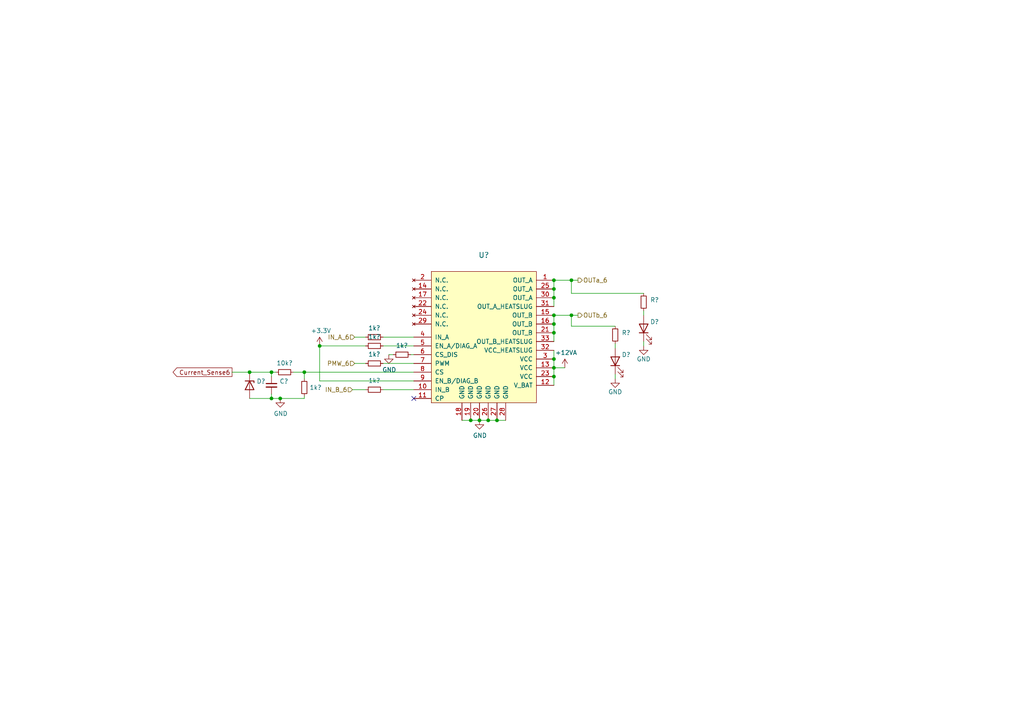
<source format=kicad_sch>
(kicad_sch (version 20211123) (generator eeschema)
  (paper "A4")
  (title_block (title "ArmBoard_Hardware") (date "2021-10-15") (rev "0") (company "Mars Rover Design Team") (comment 1 "Drawn By: Patrick Simoni / Tyler Lunyou"))
  (lib_symbols
    (symbol "Device:C_Small" (pin_numbers hide) (pin_names (offset 0.254) hide)
      (property "Reference" "C" (at 0.254 1.778 0))
      (property "Value" "C_Small" (at 0.254 -2.032 0))
      (symbol "C_Small_0_1"
        (polyline (pts (xy -1.524 -0.508) (xy 1.524 -0.508)) (stroke (width 0.3302)))
        (polyline (pts (xy -1.524 0.508) (xy 1.524 0.508)) (stroke (width 0.3048)))
      )
      (symbol "C_Small_1_1"
        (pin passive line (at 0 2.54 270) (length 2.032) (name "~") (number "1"))
        (pin passive line (at 0 -2.54 90) (length 2.032) (name "~") (number "2"))
      )
    )
    (symbol "Device:D_Zener" (pin_numbers hide) (pin_names (offset 1.016) hide)
      (property "Reference" "D" (at 0 2.54 0))
      (property "Value" "D_Zener" (at 0 -2.54 0))
      (symbol "D_Zener_0_1"
        (polyline (pts (xy 1.27 0) (xy -1.27 0)))
        (polyline (pts (xy -1.27 -1.27) (xy -1.27 1.27) (xy -0.762 1.27)) (stroke (width 0.254)))
        (polyline (pts (xy 1.27 -1.27) (xy 1.27 1.27) (xy -1.27 0) (xy 1.27 -1.27)) (stroke (width 0.254)))
      )
      (symbol "D_Zener_1_1"
        (pin passive line (at -3.81 0 0) (length 2.54) (name "K") (number "1"))
        (pin passive line (at 3.81 0 180) (length 2.54) (name "A") (number "2"))
      )
    )
    (symbol "Device:LED" (pin_numbers hide) (pin_names (offset 1.016) hide)
      (property "Reference" "D" (at 0 2.54 0))
      (property "Value" "LED" (at 0 -2.54 0))
      (symbol "LED_0_1"
        (polyline (pts (xy -1.27 -1.27) (xy -1.27 1.27)) (stroke (width 0.254)))
        (polyline (pts (xy -1.27 0) (xy 1.27 0)))
        (polyline (pts (xy 1.27 -1.27) (xy 1.27 1.27) (xy -1.27 0) (xy 1.27 -1.27)) (stroke (width 0.254)))
        (polyline (pts (xy -3.048 -0.762) (xy -4.572 -2.286) (xy -3.81 -2.286) (xy -4.572 -2.286) (xy -4.572 -1.524)))
        (polyline (pts (xy -1.778 -0.762) (xy -3.302 -2.286) (xy -2.54 -2.286) (xy -3.302 -2.286) (xy -3.302 -1.524)))
      )
      (symbol "LED_1_1"
        (pin passive line (at -3.81 0 0) (length 2.54) (name "K") (number "1"))
        (pin passive line (at 3.81 0 180) (length 2.54) (name "A") (number "2"))
      )
    )
    (symbol "Device:R_Small" (pin_numbers hide) (pin_names (offset 0.254) hide)
      (property "Reference" "R" (at 0.762 0.508 0))
      (property "Value" "R_Small" (at 0.762 -1.016 0))
      (symbol "R_Small_0_1"
        (rectangle (start -0.762 1.778) (end 0.762 -1.778) (stroke (width 0.2032)))
      )
      (symbol "R_Small_1_1"
        (pin passive line (at 0 2.54 270) (length 0.762) (name "~") (number "1"))
        (pin passive line (at 0 -2.54 90) (length 0.762) (name "~") (number "2"))
      )
    )
    (symbol "MRDT_ICs:VNH5019A_E" (pin_names (offset 1.016))
      (property "Reference" "U" (at 1.27 -1.27 0))
      (property "Value" "VNH5019A_E" (at 15.24 36.83 0))
      (symbol "VNH5019A_E_1_1"
        (rectangle (start 0 38.1) (end 30.48 0) (fill (type background)))
        (pin input line (at 35.56 35.56 180) (length 5.08) (name "OUT_A") (number "1"))
        (pin input line (at -5.08 3.81 0) (length 5.08) (name "IN_B") (number "10"))
        (pin input line (at -5.08 1.27 0) (length 5.08) (name "CP") (number "11"))
        (pin power_in line (at 35.56 5.08 180) (length 5.08) (name "V_BAT") (number "12"))
        (pin power_in line (at 35.56 10.16 180) (length 5.08) (name "VCC") (number "13"))
        (pin no_connect line (at -5.08 33.02 0) (length 5.08) (name "N.C.") (number "14"))
        (pin input line (at 35.56 25.4 180) (length 5.08) (name "OUT_B") (number "15"))
        (pin input line (at 35.56 22.86 180) (length 5.08) (name "OUT_B") (number "16"))
        (pin no_connect line (at -5.08 30.48 0) (length 5.08) (name "N.C.") (number "17"))
        (pin input line (at 8.89 -5.08 90) (length 5.08) (name "GND") (number "18"))
        (pin input line (at 11.43 -5.08 90) (length 5.08) (name "GND") (number "19"))
        (pin no_connect line (at -5.08 35.56 0) (length 5.08) (name "N.C.") (number "2"))
        (pin input line (at 13.97 -5.08 90) (length 5.08) (name "GND") (number "20"))
        (pin input line (at 35.56 20.32 180) (length 5.08) (name "OUT_B") (number "21"))
        (pin no_connect line (at -5.08 27.94 0) (length 5.08) (name "N.C.") (number "22"))
        (pin input line (at 35.56 7.62 180) (length 5.08) (name "VCC") (number "23"))
        (pin no_connect line (at -5.08 25.4 0) (length 5.08) (name "N.C.") (number "24"))
        (pin input line (at 35.56 33.02 180) (length 5.08) (name "OUT_A") (number "25"))
        (pin input line (at 16.51 -5.08 90) (length 5.08) (name "GND") (number "26"))
        (pin input line (at 19.05 -5.08 90) (length 5.08) (name "GND") (number "27"))
        (pin input line (at 21.59 -5.08 90) (length 5.08) (name "GND") (number "28"))
        (pin no_connect line (at -5.08 22.86 0) (length 5.08) (name "N.C.") (number "29"))
        (pin power_in line (at 35.56 12.7 180) (length 5.08) (name "VCC") (number "3"))
        (pin input line (at 35.56 30.48 180) (length 5.08) (name "OUT_A") (number "30"))
        (pin input line (at 35.56 27.94 180) (length 5.08) (name "OUT_A_HEATSLUG") (number "31"))
        (pin input line (at 35.56 15.24 180) (length 5.08) (name "VCC_HEATSLUG") (number "32"))
        (pin input line (at 35.56 17.78 180) (length 5.08) (name "OUT_B_HEATSLUG") (number "33"))
        (pin input line (at -5.08 19.05 0) (length 5.08) (name "IN_A") (number "4"))
        (pin input line (at -5.08 16.51 0) (length 5.08) (name "EN_A/DIAG_A") (number "5"))
        (pin input line (at -5.08 13.97 0) (length 5.08) (name "CS_DIS") (number "6"))
        (pin input line (at -5.08 11.43 0) (length 5.08) (name "PWM") (number "7"))
        (pin input line (at -5.08 8.89 0) (length 5.08) (name "CS") (number "8"))
        (pin input line (at -5.08 6.35 0) (length 5.08) (name "EN_B/DIAG_B") (number "9"))
      )
    )
    (symbol "power:+12VA" (power) (pin_names (offset 0))
      (property "Value" "+12VA" (at 0 3.556 0))
      (symbol "+12VA_0_1"
        (polyline (pts (xy -0.762 1.27) (xy 0 2.54)))
        (polyline (pts (xy 0 0) (xy 0 2.54)))
        (polyline (pts (xy 0 2.54) (xy 0.762 1.27)))
      )
      (symbol "+12VA_1_1"
        (pin power_in line (at 0 0 90) (length 0) hide (name "+12VA") (number "1"))
      )
    )
    (symbol "power:+3.3V" (power) (pin_names (offset 0))
      (property "Value" "+3.3V" (at 0 3.556 0))
      (symbol "+3.3V_0_1"
        (polyline (pts (xy -0.762 1.27) (xy 0 2.54)))
        (polyline (pts (xy 0 0) (xy 0 2.54)))
        (polyline (pts (xy 0 2.54) (xy 0.762 1.27)))
      )
      (symbol "+3.3V_1_1"
        (pin power_in line (at 0 0 90) (length 0) hide (name "+3.3V") (number "1"))
      )
    )
    (symbol "power:GND" (power) (pin_names (offset 0))
      (property "Value" "GND" (at 0 -3.81 0))
      (symbol "GND_0_1"
        (polyline (pts (xy 0 0) (xy 0 -1.27) (xy 1.27 -1.27) (xy 0 -2.54) (xy -1.27 -1.27) (xy 0 -1.27)))
      )
      (symbol "GND_1_1"
        (pin power_in line (at 0 0 270) (length 0) hide (name "GND") (number "1"))
      )
    )
  )
  (junction (at 139.065 121.92))
  (junction (at 78.74 107.95))
  (junction (at 81.28 115.57))
  (junction (at 165.735 81.28))
  (junction (at 72.39 107.95))
  (junction (at 160.655 86.36))
  (junction (at 160.655 109.22))
  (junction (at 160.655 83.82))
  (junction (at 160.655 91.44))
  (junction (at 92.71 100.33))
  (junction (at 141.605 121.92))
  (junction (at 160.655 106.68))
  (junction (at 160.655 104.14))
  (junction (at 144.145 121.92))
  (junction (at 160.655 93.98))
  (junction (at 88.265 107.95))
  (junction (at 160.655 96.52))
  (junction (at 136.525 121.92))
  (junction (at 78.74 115.57))
  (junction (at 160.655 81.28))
  (junction (at 165.735 91.44))
  (no_connect (at 120.015 115.57))
  (wire (pts (xy 160.655 91.44) (xy 160.655 93.98)))
  (wire (pts (xy 133.985 121.92) (xy 136.525 121.92)))
  (wire (pts (xy 165.735 94.615) (xy 178.435 94.615)))
  (wire (pts (xy 72.39 115.57) (xy 78.74 115.57)))
  (wire (pts (xy 78.74 107.95) (xy 72.39 107.95)))
  (wire (pts (xy 88.265 107.95) (xy 85.09 107.95)))
  (wire (pts (xy 165.735 91.44) (xy 165.735 94.615)))
  (wire (pts (xy 160.655 106.68) (xy 160.655 109.22)))
  (wire (pts (xy 160.655 81.28) (xy 160.655 83.82)))
  (wire (pts (xy 178.435 99.695) (xy 178.435 100.965)))
  (wire (pts (xy 178.435 108.585) (xy 178.435 109.855)))
  (wire (pts (xy 120.015 100.33) (xy 111.125 100.33)))
  (wire (pts (xy 88.265 109.855) (xy 88.265 107.95)))
  (wire (pts (xy 160.655 106.68) (xy 163.83 106.68)))
  (wire (pts (xy 165.735 81.28) (xy 167.64 81.28)))
  (wire (pts (xy 102.235 113.03) (xy 106.045 113.03)))
  (wire (pts (xy 160.655 96.52) (xy 160.655 99.06)))
  (wire (pts (xy 88.265 115.57) (xy 88.265 114.935)))
  (wire (pts (xy 160.655 104.14) (xy 160.655 106.68)))
  (wire (pts (xy 165.735 81.28) (xy 165.735 85.09)))
  (wire (pts (xy 141.605 121.92) (xy 139.065 121.92)))
  (wire (pts (xy 78.74 115.57) (xy 81.28 115.57)))
  (wire (pts (xy 106.045 105.41) (xy 102.87 105.41)))
  (wire (pts (xy 120.015 107.95) (xy 88.265 107.95)))
  (wire (pts (xy 92.71 100.33) (xy 92.71 110.49)))
  (wire (pts (xy 111.125 105.41) (xy 120.015 105.41)))
  (wire (pts (xy 119.126 102.87) (xy 120.015 102.87)))
  (wire (pts (xy 165.735 85.09) (xy 186.69 85.09)))
  (wire (pts (xy 102.87 97.79) (xy 106.045 97.79)))
  (wire (pts (xy 144.145 121.92) (xy 146.685 121.92)))
  (wire (pts (xy 160.655 91.44) (xy 165.735 91.44)))
  (wire (pts (xy 72.39 107.95) (xy 67.31 107.95)))
  (wire (pts (xy 160.655 101.6) (xy 160.655 104.14)))
  (wire (pts (xy 78.74 115.57) (xy 78.74 114.3)))
  (wire (pts (xy 81.28 115.57) (xy 88.265 115.57)))
  (wire (pts (xy 136.525 121.92) (xy 139.065 121.92)))
  (wire (pts (xy 141.605 121.92) (xy 144.145 121.92)))
  (wire (pts (xy 78.74 109.22) (xy 78.74 107.95)))
  (wire (pts (xy 160.655 81.28) (xy 165.735 81.28)))
  (wire (pts (xy 106.045 100.33) (xy 92.71 100.33)))
  (wire (pts (xy 120.015 110.49) (xy 92.71 110.49)))
  (wire (pts (xy 186.69 90.17) (xy 186.69 91.44)))
  (wire (pts (xy 160.655 86.36) (xy 160.655 83.82)))
  (wire (pts (xy 186.69 99.06) (xy 186.69 100.33)))
  (wire (pts (xy 165.735 91.44) (xy 167.64 91.44)))
  (wire (pts (xy 78.74 107.95) (xy 80.01 107.95)))
  (wire (pts (xy 112.776 102.87) (xy 114.046 102.87)))
  (wire (pts (xy 111.125 97.79) (xy 120.015 97.79)))
  (wire (pts (xy 160.655 93.98) (xy 160.655 96.52)))
  (wire (pts (xy 111.125 113.03) (xy 120.015 113.03)))
  (wire (pts (xy 160.655 86.36) (xy 160.655 88.9)))
  (wire (pts (xy 160.655 111.76) (xy 160.655 109.22)))
  (global_label "Current_Sense6" (shape output) (at 67.31 107.95 180) (property "Intersheet References" "${INTERSHEET_REFS}" (effects hide)))
  (hierarchical_label "PMW_6" (shape input) (at 102.87 105.41 180))
  (hierarchical_label "OUTb_6" (shape output) (at 167.64 91.44 0))
  (hierarchical_label "IN_B_6" (shape input) (at 102.235 113.03 180))
  (hierarchical_label "OUTa_6" (shape output) (at 167.64 81.28 0))
  (hierarchical_label "IN_A_6" (shape input) (at 102.87 97.79 180))
  (symbol (lib_id "Device:R_Small") (at 88.265 112.395 0) (unit 1)
    (property "Reference" "1k?" (at 89.7636 112.395 0) (effects (justify left)))
  )
  (symbol (lib_id "power:GND") (at 112.776 102.87 0) (unit 1)
    (property "Reference" "#PWR?" (effects hide))
  )
  (symbol (lib_id "Device:R_Small") (at 116.586 102.87 270) (unit 1)
    (property "Reference" "1k?" (at 116.586 100.2284 90))
  )
  (symbol (lib_id "MRDT_ICs:VNH5019A_E") (at 125.095 116.84 0) (unit 1)
    (property "Reference" "U?" (at 140.335 73.9902 0) (effects (font (size 1.524 1.524))))
  )
  (symbol (lib_id "power:GND") (at 139.065 121.92 0) (unit 1)
    (property "Reference" "#PWR?" (effects hide))
  )
  (symbol (lib_id "Device:R_Small") (at 108.585 97.79 270) (unit 1)
    (property "Reference" "1k?" (at 108.585 95.1484 90))
  )
  (symbol (lib_id "power:GND") (at 178.435 109.855 0) (unit 1)
    (property "Reference" "#PWR?" (effects hide))
  )
  (symbol (lib_id "Device:R_Small") (at 178.435 97.155 0) (unit 1)
    (property "Reference" "R?" (at 181.61 96.52 0))
  )
  (symbol (lib_id "power:GND") (at 186.69 100.33 0) (unit 1)
    (property "Reference" "#PWR?" (effects hide))
  )
  (symbol (lib_id "Device:LED") (at 186.69 95.25 90) (unit 1)
    (property "Reference" "D?" (at 189.865 93.345 90))
  )
  (symbol (lib_id "Device:R_Small") (at 186.69 87.63 0) (unit 1)
    (property "Reference" "R?" (at 189.865 86.995 0))
  )
  (symbol (lib_id "power:GND") (at 81.28 115.57 0) (unit 1)
    (property "Reference" "#PWR?" (effects hide))
  )
  (symbol (lib_id "Device:C_Small") (at 78.74 111.76 0) (unit 1)
    (property "Reference" "C?" (at 81.0768 110.5916 0) (effects (justify left)))
  )
  (symbol (lib_id "Device:D_Zener") (at 72.39 111.76 270) (unit 1)
    (property "Reference" "D?" (at 74.422 110.5916 90) (effects (justify left)))
  )
  (symbol (lib_id "Device:R_Small") (at 108.585 113.03 270) (unit 1)
    (property "Reference" "1k?" (at 108.585 110.3884 90))
  )
  (symbol (lib_id "Device:R_Small") (at 82.55 107.95 270) (unit 1)
    (property "Reference" "10k?" (at 82.55 105.3084 90))
  )
  (symbol (lib_id "Device:LED") (at 178.435 104.775 90) (unit 1)
    (property "Reference" "D?" (at 181.61 102.87 90))
  )
  (symbol (lib_id "power:+12VA") (at 163.83 106.68 0) (unit 1)
    (property "Reference" "#PWR?" (effects hide))
  )
  (symbol (lib_id "Device:R_Small") (at 108.585 105.41 270) (unit 1)
    (property "Reference" "1k?" (at 108.585 102.7684 90))
  )
  (symbol (lib_id "Device:R_Small") (at 108.585 100.33 270) (unit 1)
    (property "Reference" "1k?" (at 108.585 97.6884 90))
  )
  (symbol (lib_id "power:+3.3V") (at 92.71 100.33 0) (unit 1)
    (property "Reference" "#PWR?" (effects hide))
  )
)
</source>
